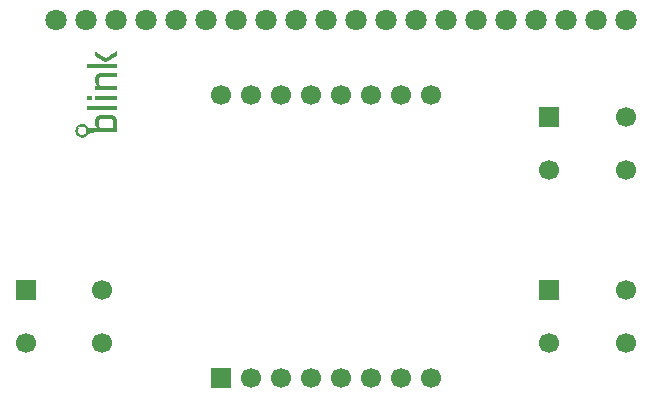
<source format=gts>
G04*
G04 #@! TF.GenerationSoftware,Altium Limited,Altium Designer,21.9.2 (33)*
G04*
G04 Layer_Color=8388736*
%FSLAX44Y44*%
%MOMM*%
G71*
G04*
G04 #@! TF.SameCoordinates,B3731582-8854-422E-90CF-DCE9F0E77284*
G04*
G04*
G04 #@! TF.FilePolarity,Negative*
G04*
G01*
G75*
%ADD13C,1.6980*%
%ADD14R,1.6980X1.6980*%
%ADD15R,1.7000X1.7000*%
%ADD16C,1.7000*%
%ADD17C,1.8000*%
G36*
X102598Y328932D02*
X102701D01*
Y328726D01*
X102804D01*
Y326042D01*
X102701D01*
Y325526D01*
X102598D01*
Y325423D01*
X102494D01*
Y325320D01*
X102391D01*
Y325113D01*
X102185D01*
Y325010D01*
X102081D01*
Y324907D01*
X101978D01*
Y324804D01*
X101772D01*
Y324907D01*
X101669D01*
Y324700D01*
X101565D01*
Y324597D01*
X101462D01*
Y324700D01*
X101359D01*
Y324597D01*
X101256D01*
Y324391D01*
X101049D01*
Y324287D01*
X100843D01*
Y324184D01*
X100739D01*
Y324081D01*
X100533D01*
Y323978D01*
X100327D01*
Y323875D01*
X100223D01*
Y323771D01*
X100017D01*
Y323668D01*
X99810D01*
Y323565D01*
X99707D01*
Y323462D01*
X99604D01*
Y323358D01*
X99294D01*
Y323255D01*
X99191D01*
Y323152D01*
X98985D01*
Y323049D01*
X98778D01*
Y322946D01*
X98675D01*
Y322842D01*
X98365D01*
Y322636D01*
X98159D01*
Y322533D01*
X97952D01*
Y322326D01*
X97643D01*
Y322223D01*
X97540D01*
Y322120D01*
X97333D01*
Y322016D01*
X97127D01*
Y321913D01*
X96920D01*
Y321810D01*
X96817D01*
Y321707D01*
X96610D01*
Y321604D01*
X96507D01*
Y321500D01*
X96301D01*
Y321397D01*
X96198D01*
Y321294D01*
X95888D01*
Y321087D01*
X95681D01*
Y320984D01*
X95475D01*
Y320881D01*
X95269D01*
Y320778D01*
X95165D01*
Y320675D01*
X94959D01*
Y320571D01*
X94753D01*
Y320468D01*
X94649D01*
Y320571D01*
X94546D01*
Y320468D01*
X94649D01*
Y320365D01*
X94443D01*
Y320262D01*
X94236D01*
Y320158D01*
X94133D01*
Y320262D01*
X94030D01*
Y320158D01*
X94133D01*
Y320055D01*
X94030D01*
Y319952D01*
X93720D01*
Y319849D01*
X93411D01*
Y319746D01*
X93204D01*
Y319849D01*
X92998D01*
Y319952D01*
X92688D01*
Y320055D01*
X92585D01*
Y320158D01*
X92378D01*
Y320262D01*
X92172D01*
Y320365D01*
X92069D01*
Y320468D01*
X91862D01*
Y320571D01*
X91656D01*
Y320778D01*
X91346D01*
Y320881D01*
X91243D01*
Y321087D01*
X91140D01*
Y320984D01*
X91036D01*
Y321087D01*
X90830D01*
Y321191D01*
X90624D01*
Y321294D01*
X90417D01*
Y321397D01*
X90314D01*
Y321500D01*
X90211D01*
Y321604D01*
X90004D01*
Y321707D01*
X89798D01*
Y321810D01*
X89591D01*
Y321913D01*
X89488D01*
Y322016D01*
X89282D01*
Y322120D01*
X89075D01*
Y322223D01*
X88972D01*
Y322326D01*
X88662D01*
Y322533D01*
X88456D01*
Y322636D01*
X88249D01*
Y322739D01*
X88043D01*
Y322842D01*
X87837D01*
Y322946D01*
X87733D01*
Y323049D01*
X87527D01*
Y323152D01*
X87423D01*
Y323255D01*
X87217D01*
Y323358D01*
X87011D01*
Y323462D01*
X86804D01*
Y323565D01*
X86701D01*
Y323668D01*
X86495D01*
Y323771D01*
X86288D01*
Y323875D01*
X86185D01*
Y323978D01*
X86082D01*
Y324081D01*
X85772D01*
Y324184D01*
X85669D01*
Y324287D01*
X85462D01*
Y324391D01*
X85256D01*
Y324494D01*
X85153D01*
Y324597D01*
X84946D01*
Y324804D01*
X84636D01*
Y325010D01*
X84533D01*
Y325113D01*
X84430D01*
Y328623D01*
X84636D01*
Y328726D01*
X84740D01*
Y328623D01*
X84946D01*
Y328520D01*
X85153D01*
Y328416D01*
X85256D01*
Y328313D01*
X85462D01*
Y328210D01*
X85669D01*
Y328107D01*
X85772D01*
Y328004D01*
X85875D01*
Y327900D01*
X86185D01*
Y327694D01*
X86391D01*
Y327591D01*
X86598D01*
Y327487D01*
X86804D01*
Y327384D01*
X86907D01*
Y327281D01*
X87011D01*
Y327178D01*
X87320D01*
Y327075D01*
X87423D01*
Y326868D01*
X87837D01*
Y326765D01*
X87940D01*
Y326662D01*
X88043D01*
Y326558D01*
X88249D01*
Y326455D01*
X88456D01*
Y326352D01*
X88559D01*
Y326249D01*
X88662D01*
Y326145D01*
X88972D01*
Y326042D01*
X89075D01*
Y325939D01*
X89178D01*
Y325836D01*
X89385D01*
Y325733D01*
X89591D01*
Y325629D01*
X89694D01*
Y325526D01*
X89901D01*
Y325423D01*
X90004D01*
Y325216D01*
X90107D01*
Y325320D01*
X90211D01*
Y325216D01*
X90314D01*
Y325113D01*
X90624D01*
Y325010D01*
X90727D01*
Y324907D01*
X90830D01*
Y324804D01*
X91036D01*
Y324700D01*
X91243D01*
Y324597D01*
X91346D01*
Y324494D01*
X91552D01*
Y324391D01*
X91656D01*
Y324287D01*
X91862D01*
Y324184D01*
X91965D01*
Y324081D01*
X92172D01*
Y323978D01*
X92378D01*
Y323875D01*
X92482D01*
Y323771D01*
X92688D01*
Y323668D01*
X92791D01*
Y323565D01*
X92998D01*
Y323462D01*
X93204D01*
Y323358D01*
X93307D01*
Y323462D01*
X93514D01*
Y323565D01*
X93720D01*
Y323771D01*
X94030D01*
Y323875D01*
X94133D01*
Y323978D01*
X94340D01*
Y324081D01*
X94546D01*
Y324184D01*
X94649D01*
Y324287D01*
X94753D01*
Y324391D01*
X95062D01*
Y324494D01*
X95165D01*
Y324391D01*
X95269D01*
Y324494D01*
X95165D01*
Y324597D01*
X95269D01*
Y324700D01*
X95475D01*
Y324804D01*
X95578D01*
Y324700D01*
X95681D01*
Y324907D01*
X95785D01*
Y325010D01*
X95888D01*
Y325113D01*
X96198D01*
Y325216D01*
X96301D01*
Y325320D01*
X96507D01*
Y325423D01*
X96610D01*
Y325526D01*
X96817D01*
Y325629D01*
X96920D01*
Y325526D01*
X97023D01*
Y325423D01*
X97127D01*
Y325526D01*
X97023D01*
Y325629D01*
X96920D01*
Y325733D01*
X97127D01*
Y325836D01*
X97333D01*
Y325939D01*
X97436D01*
Y326042D01*
X97540D01*
Y326145D01*
X97849D01*
Y326249D01*
X97952D01*
Y326352D01*
X98056D01*
Y326455D01*
X98262D01*
Y326558D01*
X98469D01*
Y326662D01*
X98572D01*
Y326765D01*
X98675D01*
Y326868D01*
X98882D01*
Y326971D01*
X99088D01*
Y327075D01*
X99191D01*
Y327178D01*
X99501D01*
Y327281D01*
X99604D01*
Y327384D01*
X99707D01*
Y327281D01*
X99810D01*
Y327384D01*
X99707D01*
Y327487D01*
X99914D01*
Y327591D01*
X100120D01*
Y327694D01*
X100223D01*
Y327797D01*
X100327D01*
Y327900D01*
X100636D01*
Y328004D01*
X100739D01*
Y328107D01*
X100843D01*
Y328210D01*
X101049D01*
Y328313D01*
X101152D01*
Y328210D01*
X101256D01*
Y328416D01*
X101462D01*
Y328623D01*
X101669D01*
Y328726D01*
X101875D01*
Y328829D01*
X101978D01*
Y328932D01*
X102288D01*
Y329036D01*
X102598D01*
Y328932D01*
D02*
G37*
G36*
X102494Y318404D02*
X102701D01*
Y318094D01*
X102804D01*
Y315617D01*
X102701D01*
Y315307D01*
X102598D01*
Y315204D01*
X102391D01*
Y315100D01*
X77824D01*
Y315204D01*
X77514D01*
Y315410D01*
X77411D01*
Y315513D01*
X77308D01*
Y318197D01*
X77514D01*
Y318300D01*
X77411D01*
Y318404D01*
X77514D01*
Y318300D01*
X77617D01*
Y318404D01*
X77514D01*
Y318507D01*
X78236D01*
Y318404D01*
X78340D01*
Y318507D01*
X102494D01*
Y318404D01*
D02*
G37*
G36*
X102598Y310559D02*
X102701D01*
Y310249D01*
X102804D01*
Y307668D01*
X102701D01*
Y307462D01*
X102598D01*
Y307359D01*
X102391D01*
Y307255D01*
X89488D01*
Y307152D01*
X88765D01*
Y307049D01*
X88559D01*
Y306946D01*
X88456D01*
Y306842D01*
X88249D01*
Y306739D01*
X88043D01*
Y306636D01*
X87940D01*
Y306533D01*
X87837D01*
Y306326D01*
X87733D01*
Y306223D01*
X87630D01*
Y306017D01*
X87527D01*
Y305913D01*
X87423D01*
Y305397D01*
X87320D01*
Y305501D01*
X87217D01*
Y305397D01*
X87320D01*
Y301991D01*
X87423D01*
Y301681D01*
X87527D01*
Y301268D01*
X87630D01*
Y301062D01*
X87733D01*
Y300959D01*
X87837D01*
Y300752D01*
X87940D01*
Y300649D01*
X88043D01*
Y300546D01*
X88146D01*
Y300443D01*
X88249D01*
Y300339D01*
X88353D01*
Y300133D01*
X88456D01*
Y300236D01*
X88559D01*
Y300133D01*
X88765D01*
Y300030D01*
X88972D01*
Y299926D01*
X89488D01*
Y299823D01*
X90314D01*
Y299720D01*
X102598D01*
Y299617D01*
X102701D01*
Y299307D01*
X102804D01*
Y296830D01*
X102701D01*
Y296520D01*
X102598D01*
Y296623D01*
X102494D01*
Y296520D01*
X102598D01*
Y296417D01*
X84533D01*
Y296520D01*
X84430D01*
Y299617D01*
X84533D01*
Y299513D01*
X84636D01*
Y299617D01*
X84740D01*
Y299720D01*
X86391D01*
Y299823D01*
X86288D01*
Y300030D01*
X86185D01*
Y300133D01*
X86082D01*
Y300236D01*
X85772D01*
Y300339D01*
X85669D01*
Y300443D01*
X85566D01*
Y300546D01*
X85462D01*
Y300649D01*
X85359D01*
Y300752D01*
X85256D01*
Y300856D01*
X85153D01*
Y300959D01*
X85049D01*
Y301165D01*
X84946D01*
Y301268D01*
X84843D01*
Y301475D01*
X84740D01*
Y301784D01*
X84636D01*
Y301991D01*
X84533D01*
Y302301D01*
X84430D01*
Y306842D01*
X84533D01*
Y307152D01*
X84636D01*
Y307462D01*
X84740D01*
Y307875D01*
X84843D01*
Y307978D01*
X84946D01*
Y308184D01*
X85049D01*
Y308288D01*
X85153D01*
Y308597D01*
X85256D01*
Y308701D01*
X85359D01*
Y308804D01*
X85462D01*
Y308907D01*
X85566D01*
Y309113D01*
X85772D01*
Y309320D01*
X85875D01*
Y309423D01*
X85978D01*
Y309526D01*
X86185D01*
Y309629D01*
X86288D01*
Y309733D01*
X86391D01*
Y309629D01*
X86495D01*
Y309939D01*
X86804D01*
Y310042D01*
X87011D01*
Y310146D01*
X87217D01*
Y310249D01*
X87527D01*
Y310352D01*
X87940D01*
Y310455D01*
X88146D01*
Y310559D01*
X88456D01*
Y310455D01*
X88559D01*
Y310662D01*
X102598D01*
Y310559D01*
D02*
G37*
G36*
X102391Y291359D02*
X102701D01*
Y291256D01*
X102598D01*
Y291152D01*
X102701D01*
Y291049D01*
X102804D01*
Y288468D01*
X102701D01*
Y288159D01*
X102391D01*
Y288056D01*
X84740D01*
Y288159D01*
X84430D01*
Y288572D01*
X84533D01*
Y288675D01*
X84430D01*
Y291256D01*
X84533D01*
Y291359D01*
X84740D01*
Y291462D01*
X102391D01*
Y291359D01*
D02*
G37*
G36*
X81333D02*
X81540D01*
Y291256D01*
X81643D01*
Y291049D01*
X81746D01*
Y288468D01*
X81643D01*
Y288159D01*
X81437D01*
Y288056D01*
X78133D01*
Y288159D01*
X78030D01*
Y288056D01*
X77927D01*
Y288159D01*
X77824D01*
Y288056D01*
X77720D01*
Y288159D01*
X77514D01*
Y288262D01*
X77411D01*
Y288468D01*
X77514D01*
Y288572D01*
X77411D01*
Y291256D01*
X77514D01*
Y291359D01*
X77720D01*
Y291462D01*
X81333D01*
Y291359D01*
D02*
G37*
G36*
X102391Y282894D02*
X102598D01*
Y282791D01*
X102701D01*
Y282481D01*
X102804D01*
Y280004D01*
X102701D01*
Y279694D01*
X102598D01*
Y279591D01*
X77514D01*
Y279694D01*
X77411D01*
Y279901D01*
X77308D01*
Y280314D01*
X77411D01*
Y280417D01*
X77308D01*
Y282585D01*
X77411D01*
Y282688D01*
X77514D01*
Y282894D01*
X77720D01*
Y282998D01*
X102391D01*
Y282894D01*
D02*
G37*
G36*
X98262Y274946D02*
X98675D01*
Y274843D01*
X99088D01*
Y274740D01*
X99604D01*
Y274636D01*
X99707D01*
Y274533D01*
X100017D01*
Y274430D01*
X100120D01*
Y274327D01*
X100327D01*
Y274223D01*
X100533D01*
Y274120D01*
X100636D01*
Y274017D01*
X100843D01*
Y273914D01*
X100946D01*
Y273811D01*
X101049D01*
Y273707D01*
X101256D01*
Y273604D01*
X101359D01*
Y273398D01*
X101462D01*
Y273295D01*
X101565D01*
Y273191D01*
X101669D01*
Y273088D01*
X101772D01*
Y272985D01*
X101875D01*
Y272778D01*
X101978D01*
Y272675D01*
X102081D01*
Y272365D01*
X102185D01*
Y272262D01*
X102288D01*
Y272056D01*
X102391D01*
Y271643D01*
X102494D01*
Y271333D01*
X102598D01*
Y271024D01*
X102701D01*
Y269888D01*
X102804D01*
Y260908D01*
X102701D01*
Y260701D01*
X102598D01*
Y260598D01*
X84533D01*
Y260495D01*
X83811D01*
Y260392D01*
X83191D01*
Y260288D01*
X82778D01*
Y260185D01*
X82159D01*
Y260082D01*
X81746D01*
Y259979D01*
X81540D01*
Y259875D01*
X81024D01*
Y259772D01*
X80817D01*
Y259669D01*
X80611D01*
Y259566D01*
X80404D01*
Y259669D01*
X80301D01*
Y259566D01*
X80198D01*
Y259462D01*
X79991D01*
Y259359D01*
X79785D01*
Y259256D01*
X79578D01*
Y259153D01*
X79269D01*
Y259049D01*
X79166D01*
Y259153D01*
X79062D01*
Y259049D01*
X79166D01*
Y258946D01*
X78959D01*
Y258843D01*
X78649D01*
Y258740D01*
X78546D01*
Y258637D01*
X78443D01*
Y258533D01*
X78340D01*
Y258430D01*
X78030D01*
Y258327D01*
X77927D01*
Y258120D01*
X77720D01*
Y258224D01*
X77617D01*
Y258120D01*
X77720D01*
Y258017D01*
X77617D01*
Y257914D01*
X77514D01*
Y257811D01*
X77411D01*
Y257708D01*
X77308D01*
Y257604D01*
X77204D01*
Y257398D01*
X76998D01*
Y257295D01*
X76895D01*
Y257192D01*
X76791D01*
Y257088D01*
X76585D01*
Y256985D01*
X76482D01*
Y256882D01*
X76275D01*
Y256779D01*
X76069D01*
Y256675D01*
X75862D01*
Y256572D01*
X75759D01*
Y256469D01*
X75553D01*
Y256366D01*
X75346D01*
Y256469D01*
X75243D01*
Y256366D01*
X75140D01*
Y256262D01*
X74727D01*
Y256159D01*
X74521D01*
Y256056D01*
X74108D01*
Y256159D01*
X74004D01*
Y256056D01*
X72146D01*
Y256159D01*
X71837D01*
Y256262D01*
X71630D01*
Y256366D01*
X71217D01*
Y256469D01*
X71011D01*
Y256572D01*
X70804D01*
Y256675D01*
X70598D01*
Y256779D01*
X70495D01*
Y256882D01*
X70288D01*
Y256985D01*
X70185D01*
Y257088D01*
X69979D01*
Y257192D01*
X69875D01*
Y257295D01*
X69772D01*
Y257398D01*
X69566D01*
Y257501D01*
X69462D01*
Y257604D01*
X69359D01*
Y257708D01*
X69256D01*
Y257914D01*
X69050D01*
Y258017D01*
X68946D01*
Y258120D01*
X68843D01*
Y258327D01*
X68740D01*
Y258430D01*
X68637D01*
Y258533D01*
X68533D01*
Y258740D01*
X68430D01*
Y258843D01*
X68327D01*
Y259153D01*
X68224D01*
Y259256D01*
X68327D01*
Y259359D01*
X68121D01*
Y259462D01*
X68017D01*
Y259669D01*
X67914D01*
Y260082D01*
X67811D01*
Y260495D01*
X67708D01*
Y260908D01*
X67604D01*
Y261527D01*
X67501D01*
Y262043D01*
X67604D01*
Y262662D01*
X67708D01*
Y263075D01*
X67914D01*
Y263179D01*
X67811D01*
Y263488D01*
X67914D01*
Y263591D01*
X68017D01*
Y263695D01*
X67914D01*
Y263798D01*
X68017D01*
Y264004D01*
X68121D01*
Y264107D01*
X68224D01*
Y264520D01*
X68327D01*
Y264727D01*
X68430D01*
Y264830D01*
X68533D01*
Y265037D01*
X68637D01*
Y265140D01*
X68740D01*
Y265243D01*
X68843D01*
Y265450D01*
X68946D01*
Y265553D01*
X69050D01*
Y265450D01*
X69153D01*
Y265553D01*
X69050D01*
Y265656D01*
X69153D01*
Y265759D01*
X69256D01*
Y265862D01*
X69359D01*
Y265966D01*
X69462D01*
Y266069D01*
X69566D01*
Y266172D01*
X69669D01*
Y266275D01*
X69875D01*
Y266378D01*
X69979D01*
Y266482D01*
X70185D01*
Y266585D01*
X70288D01*
Y266482D01*
X70392D01*
Y266585D01*
X70288D01*
Y266688D01*
X70392D01*
Y266585D01*
X70495D01*
Y266688D01*
X70392D01*
Y266791D01*
X70598D01*
Y266895D01*
X70804D01*
Y266998D01*
X71011D01*
Y267101D01*
X71321D01*
Y267204D01*
X71630D01*
Y267307D01*
X71837D01*
Y267411D01*
X72249D01*
Y267514D01*
X74417D01*
Y267411D01*
X74830D01*
Y267307D01*
X75140D01*
Y267204D01*
X75346D01*
Y266998D01*
X75450D01*
Y267101D01*
X75759D01*
Y266998D01*
X75862D01*
Y266895D01*
X76069D01*
Y266791D01*
X76275D01*
Y266688D01*
X76482D01*
Y266585D01*
X76585D01*
Y266482D01*
X76791D01*
Y266378D01*
X76895D01*
Y266275D01*
X76998D01*
Y266172D01*
X77101D01*
Y266069D01*
X77204D01*
Y265966D01*
X77308D01*
Y265862D01*
X77514D01*
Y265656D01*
X77617D01*
Y265553D01*
X77720D01*
Y265450D01*
X77824D01*
Y265346D01*
X77927D01*
Y265140D01*
X78030D01*
Y265037D01*
X78133D01*
Y264933D01*
X78236D01*
Y264727D01*
X78340D01*
Y264520D01*
X78443D01*
Y264417D01*
X78546D01*
Y264107D01*
X78649D01*
Y263901D01*
X79062D01*
Y263798D01*
X79166D01*
Y263901D01*
X86185D01*
Y264314D01*
X85772D01*
Y264417D01*
X85669D01*
Y264520D01*
X85566D01*
Y264624D01*
X85462D01*
Y264727D01*
X85256D01*
Y264933D01*
X85153D01*
Y265037D01*
X85049D01*
Y265140D01*
X84946D01*
Y265243D01*
X84843D01*
Y265346D01*
X84740D01*
Y265656D01*
X84636D01*
Y265759D01*
X84533D01*
Y266069D01*
X84430D01*
Y266482D01*
X84327D01*
Y266998D01*
X84224D01*
Y270404D01*
X84327D01*
Y270920D01*
X84430D01*
Y271437D01*
X84533D01*
Y271746D01*
X84636D01*
Y271953D01*
X84740D01*
Y272365D01*
X84843D01*
Y272469D01*
X84946D01*
Y272675D01*
X85049D01*
Y272778D01*
X85153D01*
Y272985D01*
X85256D01*
Y273088D01*
X85359D01*
Y273191D01*
X85462D01*
Y273398D01*
X85566D01*
Y273501D01*
X85669D01*
Y273604D01*
X85772D01*
Y273707D01*
X85875D01*
Y273604D01*
X85978D01*
Y273707D01*
X85875D01*
Y273811D01*
X86082D01*
Y273914D01*
X86185D01*
Y274017D01*
X86288D01*
Y274120D01*
X86495D01*
Y274223D01*
X86598D01*
Y274327D01*
X86804D01*
Y274430D01*
X87011D01*
Y274533D01*
X87217D01*
Y274636D01*
X87423D01*
Y274740D01*
X87940D01*
Y274843D01*
X88249D01*
Y274946D01*
X88765D01*
Y275049D01*
X89488D01*
Y274946D01*
X89591D01*
Y275049D01*
X98262D01*
Y274946D01*
D02*
G37*
%LPC*%
G36*
X102494Y328932D02*
X102391D01*
Y328829D01*
X102494D01*
Y328932D01*
D02*
G37*
G36*
X102288Y328726D02*
X102185D01*
Y328623D01*
X102288D01*
Y328726D01*
D02*
G37*
G36*
X84636Y328210D02*
X84533D01*
Y328107D01*
X84636D01*
Y328210D01*
D02*
G37*
G36*
X85669Y328004D02*
X85566D01*
Y327900D01*
X85669D01*
Y328004D01*
D02*
G37*
G36*
X101152Y327900D02*
X101049D01*
Y327797D01*
X101152D01*
Y327900D01*
D02*
G37*
G36*
X100636Y327694D02*
X100533D01*
Y327591D01*
X100636D01*
Y327694D01*
D02*
G37*
G36*
X86391Y327487D02*
X86288D01*
Y327384D01*
X86391D01*
Y327487D01*
D02*
G37*
G36*
X86082D02*
X85875D01*
Y327384D01*
X86082D01*
Y327487D01*
D02*
G37*
G36*
X86701Y327384D02*
X86598D01*
Y327281D01*
X86701D01*
Y327384D01*
D02*
G37*
G36*
X100120Y327281D02*
X100017D01*
Y327178D01*
X100120D01*
Y327281D01*
D02*
G37*
G36*
X86804Y327178D02*
X86701D01*
Y327075D01*
X86804D01*
Y327178D01*
D02*
G37*
G36*
X86391D02*
X86288D01*
Y327075D01*
X86391D01*
Y327178D01*
D02*
G37*
G36*
X86082D02*
X85978D01*
Y327075D01*
X86082D01*
Y327178D01*
D02*
G37*
G36*
X98985Y326455D02*
X98882D01*
Y326352D01*
X98985D01*
Y326455D01*
D02*
G37*
G36*
X98469D02*
X98365D01*
Y326352D01*
X98469D01*
Y326455D01*
D02*
G37*
G36*
X87837Y326249D02*
X87733D01*
Y326145D01*
X87837D01*
Y326249D01*
D02*
G37*
G36*
X102494Y326145D02*
X102391D01*
Y326042D01*
X102494D01*
Y326145D01*
D02*
G37*
G36*
X97746Y325836D02*
X97643D01*
Y325733D01*
X97746D01*
Y325836D01*
D02*
G37*
G36*
X88662Y325733D02*
X88559D01*
Y325629D01*
X88662D01*
Y325733D01*
D02*
G37*
G36*
X102391Y325629D02*
X102288D01*
Y325526D01*
X102391D01*
Y325629D01*
D02*
G37*
G36*
X84740D02*
X84636D01*
Y325526D01*
X84740D01*
Y325629D01*
D02*
G37*
G36*
X88353Y325423D02*
X88249D01*
Y325320D01*
X88353D01*
Y325423D01*
D02*
G37*
G36*
X84636D02*
X84533D01*
Y325320D01*
X84636D01*
Y325423D01*
D02*
G37*
G36*
X85153Y325320D02*
X84946D01*
Y325216D01*
X85153D01*
Y325320D01*
D02*
G37*
G36*
X84843Y325216D02*
X84740D01*
Y325113D01*
X84843D01*
Y325216D01*
D02*
G37*
G36*
X101772Y325113D02*
X101565D01*
Y325010D01*
X101772D01*
Y325113D01*
D02*
G37*
G36*
X101049Y325010D02*
X100946D01*
Y324907D01*
X101049D01*
Y325010D01*
D02*
G37*
G36*
X96404D02*
X96301D01*
Y324907D01*
X96404D01*
Y325010D01*
D02*
G37*
G36*
X96198D02*
X96094D01*
Y324907D01*
X96198D01*
Y325010D01*
D02*
G37*
G36*
X90004D02*
X89901D01*
Y324907D01*
X90004D01*
Y325010D01*
D02*
G37*
G36*
X85049D02*
X84946D01*
Y324907D01*
X85049D01*
Y325010D01*
D02*
G37*
G36*
X95785Y324597D02*
X95681D01*
Y324494D01*
X95785D01*
Y324597D01*
D02*
G37*
G36*
X90933D02*
X90830D01*
Y324494D01*
X90933D01*
Y324597D01*
D02*
G37*
G36*
X90004D02*
X89901D01*
Y324494D01*
X90004D01*
Y324597D01*
D02*
G37*
G36*
X85772D02*
X85669D01*
Y324494D01*
X85772D01*
Y324597D01*
D02*
G37*
G36*
X100946Y324494D02*
X100636D01*
Y324391D01*
X100946D01*
Y324494D01*
D02*
G37*
G36*
X85978D02*
X85875D01*
Y324391D01*
X85978D01*
Y324494D01*
D02*
G37*
G36*
X100430Y324391D02*
X100327D01*
Y324287D01*
X100430D01*
Y324391D01*
D02*
G37*
G36*
X91965Y324081D02*
X91862D01*
Y323978D01*
X91965D01*
Y324081D01*
D02*
G37*
G36*
X86288D02*
X86185D01*
Y323978D01*
X86288D01*
Y324081D01*
D02*
G37*
G36*
X92069Y323771D02*
X91965D01*
Y323668D01*
X92069D01*
Y323771D01*
D02*
G37*
G36*
X91862D02*
X91759D01*
Y323668D01*
X91862D01*
Y323771D01*
D02*
G37*
G36*
X88249Y323668D02*
X88146D01*
Y323565D01*
X88249D01*
Y323668D01*
D02*
G37*
G36*
X94030Y323565D02*
X93927D01*
Y323462D01*
X94030D01*
Y323565D01*
D02*
G37*
G36*
X87837D02*
X87733D01*
Y323462D01*
X87837D01*
Y323565D01*
D02*
G37*
G36*
X98469Y323462D02*
X98365D01*
Y323358D01*
X98469D01*
Y323462D01*
D02*
G37*
G36*
X88146D02*
X88043D01*
Y323358D01*
X88146D01*
Y323462D01*
D02*
G37*
G36*
X93720Y323358D02*
X93617D01*
Y323255D01*
X93720D01*
Y323358D01*
D02*
G37*
G36*
X93101D02*
X92998D01*
Y323255D01*
X93101D01*
Y323152D01*
X93204D01*
Y323255D01*
X93101D01*
Y323358D01*
D02*
G37*
G36*
X92894D02*
X92791D01*
Y323255D01*
X92894D01*
Y323152D01*
X92998D01*
Y323255D01*
X92894D01*
Y323358D01*
D02*
G37*
G36*
X94030Y323152D02*
X93927D01*
Y323049D01*
X94030D01*
Y323152D01*
D02*
G37*
G36*
X93823D02*
X93720D01*
Y323049D01*
X93823D01*
Y323152D01*
D02*
G37*
G36*
X92688Y323049D02*
X92585D01*
Y322946D01*
X92688D01*
Y323049D01*
D02*
G37*
G36*
X88353Y322842D02*
X88249D01*
Y322739D01*
X88353D01*
Y322842D01*
D02*
G37*
G36*
X88662Y322739D02*
X88559D01*
Y322636D01*
X88662D01*
Y322739D01*
D02*
G37*
G36*
X89798Y322533D02*
X89694D01*
Y322429D01*
X89798D01*
Y322533D01*
D02*
G37*
G36*
X89591D02*
X89488D01*
Y322429D01*
X89591D01*
Y322533D01*
D02*
G37*
G36*
X89178Y322429D02*
X89075D01*
Y322326D01*
X89178D01*
Y322429D01*
D02*
G37*
G36*
X89591Y322120D02*
X89488D01*
Y322016D01*
X89591D01*
Y322120D01*
D02*
G37*
G36*
X96094Y322016D02*
X95991D01*
Y321913D01*
X96094D01*
Y322016D01*
D02*
G37*
G36*
X95785D02*
X95681D01*
Y321913D01*
X95785D01*
Y322016D01*
D02*
G37*
G36*
X90417Y321604D02*
X90314D01*
Y321500D01*
X90417D01*
Y321604D01*
D02*
G37*
G36*
X91656Y321191D02*
X91552D01*
Y321087D01*
X91656D01*
Y321191D01*
D02*
G37*
G36*
X91862Y321087D02*
X91759D01*
Y320984D01*
X91862D01*
Y321087D01*
D02*
G37*
G36*
X94236Y320468D02*
X94133D01*
Y320365D01*
X94236D01*
Y320468D01*
D02*
G37*
G36*
X93204Y320055D02*
X93101D01*
Y319952D01*
X93204D01*
Y320055D01*
D02*
G37*
G36*
X102494Y316133D02*
X102391D01*
Y316029D01*
X102494D01*
Y316133D01*
D02*
G37*
G36*
X77824Y315410D02*
X77720D01*
Y315307D01*
X77824D01*
Y315410D01*
D02*
G37*
G36*
X102598Y310455D02*
X102494D01*
Y310352D01*
X102598D01*
Y310455D01*
D02*
G37*
G36*
X87423Y310146D02*
X87320D01*
Y310042D01*
X87423D01*
Y310146D01*
D02*
G37*
G36*
X102701Y309939D02*
X102598D01*
Y309836D01*
X102701D01*
Y309939D01*
D02*
G37*
G36*
X87940D02*
X87837D01*
Y309836D01*
X87940D01*
Y309939D01*
D02*
G37*
G36*
X87527D02*
X87423D01*
Y309836D01*
X87527D01*
Y309939D01*
D02*
G37*
G36*
X88146Y309836D02*
X88043D01*
Y309733D01*
X88146D01*
Y309836D01*
D02*
G37*
G36*
X86495Y309217D02*
X86391D01*
Y309113D01*
X86495D01*
Y309217D01*
D02*
G37*
G36*
X85875Y309010D02*
X85772D01*
Y308907D01*
X85875D01*
Y309010D01*
D02*
G37*
G36*
X85462Y308494D02*
X85359D01*
Y308391D01*
X85462D01*
Y308494D01*
D02*
G37*
G36*
X89694Y307565D02*
X89591D01*
Y307462D01*
X89694D01*
Y307565D01*
D02*
G37*
G36*
X88456Y307152D02*
X88353D01*
Y307049D01*
X88456D01*
Y307152D01*
D02*
G37*
G36*
X87630Y306842D02*
X87527D01*
Y306739D01*
X87630D01*
Y306842D01*
D02*
G37*
G36*
X84740Y306636D02*
X84636D01*
Y306533D01*
X84740D01*
Y306636D01*
D02*
G37*
G36*
X84946Y306120D02*
X84843D01*
Y306017D01*
X84946D01*
Y306120D01*
D02*
G37*
G36*
X84740Y306017D02*
X84636D01*
Y305913D01*
X84740D01*
Y306017D01*
D02*
G37*
G36*
X87011Y305191D02*
X86907D01*
Y305088D01*
X87011D01*
Y305191D01*
D02*
G37*
G36*
X84740Y303746D02*
X84636D01*
Y303643D01*
X84740D01*
Y303746D01*
D02*
G37*
G36*
X84946Y303126D02*
X84843D01*
Y303023D01*
X84946D01*
Y303126D01*
D02*
G37*
G36*
X87114Y302920D02*
X87011D01*
Y302817D01*
X87114D01*
Y302920D01*
D02*
G37*
G36*
X84843D02*
X84740D01*
Y302817D01*
X84843D01*
Y302920D01*
D02*
G37*
G36*
X86701Y302610D02*
X86598D01*
Y302507D01*
X86701D01*
Y302610D01*
D02*
G37*
G36*
X87320Y301784D02*
X87217D01*
Y301681D01*
X87320D01*
Y301784D01*
D02*
G37*
G36*
X87423Y301475D02*
X87320D01*
Y301372D01*
X87423D01*
Y301475D01*
D02*
G37*
G36*
X85256Y301372D02*
X85153D01*
Y301268D01*
X85256D01*
Y301372D01*
D02*
G37*
G36*
X87837Y300752D02*
X87733D01*
Y300649D01*
X87837D01*
Y300752D01*
D02*
G37*
G36*
X87630Y300546D02*
X87527D01*
Y300443D01*
X87630D01*
Y300546D01*
D02*
G37*
G36*
X87940Y300236D02*
X87837D01*
Y300133D01*
X87940D01*
Y300236D01*
D02*
G37*
G36*
X86288D02*
X86185D01*
Y300133D01*
X86288D01*
Y300236D01*
D02*
G37*
G36*
X88559Y300030D02*
X88456D01*
Y299926D01*
X88559D01*
Y300030D01*
D02*
G37*
G36*
X88249Y299926D02*
X88146D01*
Y299823D01*
X88249D01*
Y299926D01*
D02*
G37*
G36*
X87527D02*
X87423D01*
Y299823D01*
X87527D01*
Y299720D01*
X87630D01*
Y299823D01*
X87527D01*
Y299926D01*
D02*
G37*
G36*
X102701Y299204D02*
X102598D01*
Y298997D01*
X102701D01*
Y299204D01*
D02*
G37*
G36*
X84636Y296726D02*
X84533D01*
Y296623D01*
X84636D01*
Y296726D01*
D02*
G37*
G36*
X102391Y290739D02*
X102288D01*
Y290636D01*
X102391D01*
Y290739D01*
D02*
G37*
G36*
X102598Y288985D02*
X102494D01*
Y288881D01*
X102598D01*
Y288985D01*
D02*
G37*
G36*
X84843Y288675D02*
X84740D01*
Y288572D01*
X84843D01*
Y288675D01*
D02*
G37*
G36*
X80920Y291256D02*
X80817D01*
Y291152D01*
X80920D01*
Y291256D01*
D02*
G37*
G36*
X77927D02*
X77824D01*
Y291152D01*
X77927D01*
Y291049D01*
X78030D01*
Y291152D01*
X77927D01*
Y291256D01*
D02*
G37*
G36*
X81437Y291049D02*
X81333D01*
Y290946D01*
X81437D01*
Y291049D01*
D02*
G37*
G36*
X81540Y290843D02*
X81437D01*
Y290739D01*
X81540D01*
Y290843D01*
D02*
G37*
G36*
X78340Y290739D02*
X78236D01*
Y290636D01*
X78340D01*
Y290739D01*
D02*
G37*
G36*
X77927D02*
X77824D01*
Y290636D01*
X77927D01*
Y290739D01*
D02*
G37*
G36*
X102391Y282894D02*
X102288D01*
Y282791D01*
X102391D01*
Y282894D01*
D02*
G37*
G36*
X77617Y282585D02*
X77514D01*
Y282481D01*
X77617D01*
Y282585D01*
D02*
G37*
G36*
X78340Y282481D02*
X78236D01*
Y282378D01*
X78340D01*
Y282481D01*
D02*
G37*
G36*
X78133D02*
X78030D01*
Y282378D01*
X78133D01*
Y282481D01*
D02*
G37*
G36*
X77927D02*
X77824D01*
Y282378D01*
X77927D01*
Y282481D01*
D02*
G37*
G36*
X102391Y280520D02*
X102288D01*
Y280417D01*
X102391D01*
Y280520D01*
D02*
G37*
G36*
Y280211D02*
X102288D01*
Y280107D01*
X102391D01*
Y280211D01*
D02*
G37*
G36*
X99088Y274740D02*
X98985D01*
Y274636D01*
X99088D01*
Y274740D01*
D02*
G37*
G36*
X98469Y274636D02*
X98365D01*
Y274533D01*
X98469D01*
Y274636D01*
D02*
G37*
G36*
X99501Y274533D02*
X99398D01*
Y274430D01*
X99501D01*
Y274533D01*
D02*
G37*
G36*
X99191D02*
X99088D01*
Y274430D01*
X99191D01*
Y274533D01*
D02*
G37*
G36*
X88249D02*
X88146D01*
Y274430D01*
X88249D01*
Y274533D01*
D02*
G37*
G36*
X100017Y274430D02*
X99914D01*
Y274327D01*
X100017D01*
Y274430D01*
D02*
G37*
G36*
X98675D02*
X98572D01*
Y274327D01*
X98675D01*
Y274430D01*
D02*
G37*
G36*
X100017Y274223D02*
X99914D01*
Y274120D01*
X100017D01*
Y274223D01*
D02*
G37*
G36*
X99191D02*
X99088D01*
Y274120D01*
X99191D01*
Y274223D01*
D02*
G37*
G36*
X98262D02*
X98159D01*
Y274120D01*
X98262D01*
Y274223D01*
D02*
G37*
G36*
X88249D02*
X88146D01*
Y274120D01*
X88249D01*
Y274223D01*
D02*
G37*
G36*
X100739Y273707D02*
X100636D01*
Y273604D01*
X100739D01*
Y273707D01*
D02*
G37*
G36*
X101669Y272985D02*
X101565D01*
Y272882D01*
X101669D01*
Y272985D01*
D02*
G37*
G36*
X85256Y272572D02*
X85153D01*
Y272469D01*
X85256D01*
Y272572D01*
D02*
G37*
G36*
X101978Y272262D02*
X101875D01*
Y272159D01*
X101978D01*
Y272262D01*
D02*
G37*
G36*
X101772Y272159D02*
X101669D01*
Y272056D01*
X101772D01*
Y272159D01*
D02*
G37*
G36*
X101565Y271953D02*
X101462D01*
Y271849D01*
X101565D01*
Y271953D01*
D02*
G37*
G36*
X98985Y271643D02*
X98882D01*
Y271540D01*
X98985D01*
Y271643D01*
D02*
G37*
G36*
X97746D02*
X89178D01*
Y271540D01*
X88972D01*
Y271643D01*
X88869D01*
Y271540D01*
X88765D01*
Y271437D01*
X88559D01*
Y271333D01*
X88353D01*
Y271230D01*
X88146D01*
Y271127D01*
X87940D01*
Y270920D01*
X87733D01*
Y270817D01*
X87630D01*
Y270611D01*
X87527D01*
Y270404D01*
X87423D01*
Y270198D01*
X87320D01*
Y269991D01*
X87217D01*
Y265966D01*
X87114D01*
Y265862D01*
X87320D01*
Y265553D01*
X87423D01*
Y265346D01*
X87527D01*
Y265140D01*
X87630D01*
Y264933D01*
X87733D01*
Y264830D01*
X87837D01*
Y264727D01*
X87940D01*
Y264624D01*
X88043D01*
Y264520D01*
X88146D01*
Y264417D01*
X88353D01*
Y264314D01*
X88559D01*
Y264107D01*
X88662D01*
Y264211D01*
X88765D01*
Y264107D01*
X88972D01*
Y264004D01*
X90107D01*
Y263901D01*
X99501D01*
Y264004D01*
X99810D01*
Y269785D01*
X99707D01*
Y270095D01*
X99604D01*
Y270508D01*
X99501D01*
Y270611D01*
X99398D01*
Y270714D01*
X99294D01*
Y271024D01*
X99191D01*
Y270920D01*
X99088D01*
Y271024D01*
X98985D01*
Y271127D01*
X98882D01*
Y271230D01*
X98572D01*
Y271333D01*
X98469D01*
Y271437D01*
X98262D01*
Y271540D01*
X97746D01*
Y271643D01*
D02*
G37*
G36*
X87630D02*
X87527D01*
Y271540D01*
X87630D01*
Y271643D01*
D02*
G37*
G36*
X84946D02*
X84843D01*
Y271540D01*
X84946D01*
Y271643D01*
D02*
G37*
G36*
X99294Y271540D02*
X99191D01*
Y271437D01*
X99294D01*
Y271540D01*
D02*
G37*
G36*
X99604Y271437D02*
X99501D01*
Y271333D01*
X99604D01*
Y271437D01*
D02*
G37*
G36*
X99088Y271333D02*
X98985D01*
Y271230D01*
X99088D01*
Y271333D01*
D02*
G37*
G36*
X99501Y271230D02*
X99398D01*
Y271127D01*
X99501D01*
Y271230D01*
D02*
G37*
G36*
X99294D02*
X99191D01*
Y271127D01*
X99294D01*
Y271230D01*
D02*
G37*
G36*
X84636D02*
X84533D01*
Y271127D01*
X84636D01*
Y271230D01*
D02*
G37*
G36*
X87837Y271127D02*
X87630D01*
Y271024D01*
X87837D01*
Y271127D01*
D02*
G37*
G36*
X102391Y270714D02*
X102288D01*
Y270611D01*
X102391D01*
Y270714D01*
D02*
G37*
G36*
X86804Y270611D02*
X86701D01*
Y270508D01*
X86804D01*
Y270611D01*
D02*
G37*
G36*
X87320Y270404D02*
X87217D01*
Y270301D01*
X87320D01*
Y270404D01*
D02*
G37*
G36*
X87011Y270198D02*
X86907D01*
Y269991D01*
X87011D01*
Y270198D01*
D02*
G37*
G36*
X84946Y270095D02*
X84843D01*
Y269991D01*
X84946D01*
Y270095D01*
D02*
G37*
G36*
X102391Y269785D02*
X102288D01*
Y269682D01*
X102391D01*
Y269785D01*
D02*
G37*
G36*
X102701Y269682D02*
X102598D01*
Y269578D01*
X102701D01*
Y269682D01*
D02*
G37*
G36*
X84740Y269578D02*
X84636D01*
Y269475D01*
X84740D01*
Y269578D01*
D02*
G37*
G36*
X102391Y269269D02*
X102288D01*
Y269165D01*
X102391D01*
Y269269D01*
D02*
G37*
G36*
X84843D02*
X84740D01*
Y269165D01*
X84843D01*
Y269269D01*
D02*
G37*
G36*
X86701Y268959D02*
X86598D01*
Y268856D01*
X86701D01*
Y268959D01*
D02*
G37*
G36*
X87011Y268753D02*
X86907D01*
Y268649D01*
X87011D01*
Y268546D01*
X87114D01*
Y268649D01*
X87011D01*
Y268753D01*
D02*
G37*
G36*
X86804Y268649D02*
X86598D01*
Y268546D01*
X86804D01*
Y268649D01*
D02*
G37*
G36*
X84636Y268237D02*
X84533D01*
Y268133D01*
X84636D01*
Y268237D01*
D02*
G37*
G36*
X84946Y267617D02*
X84843D01*
Y267514D01*
X84946D01*
Y267617D01*
D02*
G37*
G36*
X84533Y267514D02*
X84430D01*
Y267411D01*
X84533D01*
Y267514D01*
D02*
G37*
G36*
X86907Y267411D02*
X86804D01*
Y267307D01*
X86907D01*
Y267411D01*
D02*
G37*
G36*
X72043Y267307D02*
X71940D01*
Y267204D01*
X72043D01*
Y267307D01*
D02*
G37*
G36*
X87114Y267204D02*
X87011D01*
Y267101D01*
X87114D01*
Y267204D01*
D02*
G37*
G36*
X74314D02*
X74211D01*
Y267101D01*
X74314D01*
Y267204D01*
D02*
G37*
G36*
X71837Y267101D02*
X71733D01*
Y266998D01*
X71837D01*
Y267101D01*
D02*
G37*
G36*
X86804Y266998D02*
X86701D01*
Y266895D01*
X86804D01*
Y266998D01*
D02*
G37*
G36*
X74830D02*
X74727D01*
Y266895D01*
X74830D01*
Y266998D01*
D02*
G37*
G36*
X71321D02*
X71217D01*
Y266895D01*
X71321D01*
Y266998D01*
D02*
G37*
G36*
X84740Y266895D02*
X84636D01*
Y266791D01*
X84740D01*
Y266895D01*
D02*
G37*
G36*
X87114D02*
X87011D01*
Y266688D01*
X87114D01*
Y266895D01*
D02*
G37*
G36*
X75346Y266791D02*
X75243D01*
Y266688D01*
X75346D01*
Y266791D01*
D02*
G37*
G36*
X71321D02*
X71217D01*
Y266688D01*
X71321D01*
Y266791D01*
D02*
G37*
G36*
X70701Y266585D02*
X70598D01*
Y266482D01*
X70701D01*
Y266585D01*
D02*
G37*
G36*
X86701Y266482D02*
X86598D01*
Y266378D01*
X86701D01*
Y266482D01*
D02*
G37*
G36*
X84636D02*
X84533D01*
Y266378D01*
X84636D01*
Y266482D01*
D02*
G37*
G36*
X87011Y266378D02*
X86907D01*
Y266275D01*
X87011D01*
Y266172D01*
X87114D01*
Y266275D01*
X87011D01*
Y266378D01*
D02*
G37*
G36*
X86907Y266275D02*
X86804D01*
Y266172D01*
X86907D01*
Y266275D01*
D02*
G37*
G36*
X86701D02*
X86598D01*
Y266172D01*
X86701D01*
Y266275D01*
D02*
G37*
G36*
X69979Y266172D02*
X69875D01*
Y266069D01*
X69979D01*
Y266172D01*
D02*
G37*
G36*
X70392Y266069D02*
X70288D01*
Y265966D01*
X70392D01*
Y266069D01*
D02*
G37*
G36*
X84946Y265966D02*
X84843D01*
Y265862D01*
X84946D01*
Y265966D01*
D02*
G37*
G36*
X76895D02*
X76791D01*
Y265862D01*
X76895D01*
Y265966D01*
D02*
G37*
G36*
X76275D02*
X76172D01*
Y265862D01*
X76275D01*
Y265966D01*
D02*
G37*
G36*
X85462Y265759D02*
X85359D01*
Y265656D01*
X85462D01*
Y265759D01*
D02*
G37*
G36*
X72662D02*
X72559D01*
Y265656D01*
X72662D01*
Y265759D01*
D02*
G37*
G36*
X74933Y265656D02*
X74830D01*
Y265553D01*
X74933D01*
Y265656D01*
D02*
G37*
G36*
X74314D02*
X74211D01*
Y265553D01*
X74314D01*
Y265656D01*
D02*
G37*
G36*
X73901D02*
X73798D01*
Y265553D01*
X73901D01*
Y265656D01*
D02*
G37*
G36*
X73282D02*
X73179D01*
Y265553D01*
X73282D01*
Y265656D01*
D02*
G37*
G36*
X87320Y265553D02*
X87217D01*
Y265450D01*
X87320D01*
Y265553D01*
D02*
G37*
G36*
X85669D02*
X85566D01*
Y265450D01*
X85669D01*
Y265553D01*
D02*
G37*
G36*
X72043D02*
X71940D01*
Y265450D01*
X72043D01*
Y265553D01*
D02*
G37*
G36*
X87011Y265450D02*
X86907D01*
Y265346D01*
X87011D01*
Y265450D01*
D02*
G37*
G36*
X85049D02*
X84946D01*
Y265346D01*
X85049D01*
Y265450D01*
D02*
G37*
G36*
X87320Y265346D02*
X87217D01*
Y265243D01*
X87320D01*
Y265346D01*
D02*
G37*
G36*
X77617D02*
X77514D01*
Y265243D01*
X77617D01*
Y265346D01*
D02*
G37*
G36*
X74830Y265450D02*
X74727D01*
Y265243D01*
X74830D01*
Y265450D01*
D02*
G37*
G36*
X69153Y265346D02*
X69050D01*
Y265243D01*
X69153D01*
Y265346D01*
D02*
G37*
G36*
X72456Y265553D02*
X72353D01*
Y265450D01*
X72456D01*
Y265346D01*
X72353D01*
Y265243D01*
X72146D01*
Y265140D01*
X71940D01*
Y265243D01*
X71837D01*
Y265140D01*
X71940D01*
Y265037D01*
X71630D01*
Y264933D01*
X71321D01*
Y264727D01*
X71114D01*
Y264624D01*
X71011D01*
Y264520D01*
X70908D01*
Y264417D01*
X70804D01*
Y264314D01*
X70701D01*
Y264211D01*
X70598D01*
Y264004D01*
X70392D01*
Y263901D01*
X70288D01*
Y263591D01*
X70185D01*
Y263488D01*
X70082D01*
Y263282D01*
X69979D01*
Y262869D01*
X69875D01*
Y262559D01*
X69772D01*
Y261837D01*
X69669D01*
Y261733D01*
X69772D01*
Y261217D01*
X69669D01*
Y261114D01*
X69772D01*
Y261011D01*
X69875D01*
Y260701D01*
X69979D01*
Y260288D01*
X70082D01*
Y260082D01*
X70185D01*
Y259979D01*
X70288D01*
Y259772D01*
X70392D01*
Y259669D01*
X70288D01*
Y259566D01*
X70598D01*
Y259359D01*
X70701D01*
Y259256D01*
X70804D01*
Y259153D01*
X70908D01*
Y259049D01*
X71011D01*
Y258946D01*
X71114D01*
Y258843D01*
X71321D01*
Y258740D01*
X71424D01*
Y258637D01*
X71527D01*
Y258533D01*
X71940D01*
Y258430D01*
X72146D01*
Y258327D01*
X72353D01*
Y258224D01*
X72869D01*
Y258120D01*
X73901D01*
Y258224D01*
X74004D01*
Y258120D01*
X74108D01*
Y258224D01*
X74314D01*
Y258327D01*
X74521D01*
Y258430D01*
X74624D01*
Y258327D01*
X74727D01*
Y258533D01*
X75140D01*
Y258637D01*
X75243D01*
Y258740D01*
X75346D01*
Y258843D01*
X75553D01*
Y258946D01*
X75656D01*
Y259049D01*
X75759D01*
Y259153D01*
X75862D01*
Y259256D01*
X76069D01*
Y259462D01*
X76275D01*
Y259669D01*
X76378D01*
Y259875D01*
X76482D01*
Y260082D01*
X76585D01*
Y260288D01*
X76688D01*
Y260495D01*
X76791D01*
Y260804D01*
X76895D01*
Y261424D01*
X76998D01*
Y261527D01*
X76895D01*
Y262766D01*
X76791D01*
Y263075D01*
X76688D01*
Y263282D01*
X76585D01*
Y263385D01*
X76688D01*
Y263488D01*
X76482D01*
Y263695D01*
X76378D01*
Y263901D01*
X76275D01*
Y264107D01*
X76172D01*
Y264211D01*
X76069D01*
Y264314D01*
X75862D01*
Y264417D01*
X75759D01*
Y264520D01*
X75656D01*
Y264624D01*
X75553D01*
Y264727D01*
X75346D01*
Y264830D01*
X75243D01*
Y264933D01*
X75140D01*
Y265037D01*
X74727D01*
Y265140D01*
X74521D01*
Y265243D01*
X74314D01*
Y265346D01*
X72559D01*
Y265450D01*
X72456D01*
Y265553D01*
D02*
G37*
G36*
X85359Y265140D02*
X85256D01*
Y265037D01*
X85359D01*
Y265140D01*
D02*
G37*
G36*
X85875Y265037D02*
X85772D01*
Y264933D01*
X85875D01*
Y265037D01*
D02*
G37*
G36*
X76585D02*
X76482D01*
Y264933D01*
X76585D01*
Y265037D01*
D02*
G37*
G36*
X75450D02*
X75243D01*
Y264933D01*
X75450D01*
Y265037D01*
D02*
G37*
G36*
X70804D02*
X70701D01*
Y264933D01*
X70804D01*
Y265037D01*
D02*
G37*
G36*
X70598D02*
X70495D01*
Y264933D01*
X70598D01*
Y265037D01*
D02*
G37*
G36*
X75656Y264933D02*
X75553D01*
Y264830D01*
X75656D01*
Y264933D01*
D02*
G37*
G36*
X70185D02*
X70082D01*
Y264830D01*
X70185D01*
Y264933D01*
D02*
G37*
G36*
X77824D02*
X77720D01*
Y264830D01*
X77824D01*
Y264727D01*
X77927D01*
Y264830D01*
X77824D01*
Y264933D01*
D02*
G37*
G36*
X76585Y264830D02*
X76482D01*
Y264727D01*
X76585D01*
Y264830D01*
D02*
G37*
G36*
X75862Y264727D02*
X75759D01*
Y264624D01*
X75862D01*
Y264727D01*
D02*
G37*
G36*
X70908D02*
X70804D01*
Y264624D01*
X70908D01*
Y264727D01*
D02*
G37*
G36*
X70701D02*
X70598D01*
Y264624D01*
X70701D01*
Y264727D01*
D02*
G37*
G36*
X87837D02*
X87733D01*
Y264624D01*
X87837D01*
Y264520D01*
X87940D01*
Y264624D01*
X87837D01*
Y264727D01*
D02*
G37*
G36*
X76585Y264624D02*
X76482D01*
Y264520D01*
X76585D01*
Y264624D01*
D02*
G37*
G36*
X70288D02*
X70185D01*
Y264520D01*
X70288D01*
Y264624D01*
D02*
G37*
G36*
X68740D02*
X68637D01*
Y264520D01*
X68740D01*
Y264624D01*
D02*
G37*
G36*
X69153Y264520D02*
X69050D01*
Y264417D01*
X69153D01*
Y264520D01*
D02*
G37*
G36*
X87940Y264417D02*
X87837D01*
Y264314D01*
X87940D01*
Y264417D01*
D02*
G37*
G36*
X87733Y264314D02*
X87630D01*
Y264211D01*
X87733D01*
Y264314D01*
D02*
G37*
G36*
X76585D02*
X76378D01*
Y264211D01*
X76585D01*
Y264314D01*
D02*
G37*
G36*
X68637D02*
X68533D01*
Y264211D01*
X68637D01*
Y264314D01*
D02*
G37*
G36*
X68430Y264211D02*
X68327D01*
Y264107D01*
X68430D01*
Y264211D01*
D02*
G37*
G36*
X76482Y264004D02*
X76378D01*
Y263901D01*
X76482D01*
Y264004D01*
D02*
G37*
G36*
X68430D02*
X68327D01*
Y263901D01*
X68430D01*
Y264004D01*
D02*
G37*
G36*
X78856Y263798D02*
X78753D01*
Y263695D01*
X78856D01*
Y263798D01*
D02*
G37*
G36*
X76688Y263901D02*
X76585D01*
Y263695D01*
X76688D01*
Y263901D01*
D02*
G37*
G36*
X70185Y263798D02*
X70082D01*
Y263695D01*
X70185D01*
Y263798D01*
D02*
G37*
G36*
X99707Y263695D02*
X99604D01*
Y263591D01*
X99707D01*
Y263695D01*
D02*
G37*
G36*
X90417D02*
X90314D01*
Y263591D01*
X90417D01*
Y263695D01*
D02*
G37*
G36*
X90107D02*
X90004D01*
Y263591D01*
X90107D01*
Y263695D01*
D02*
G37*
G36*
X99191Y263488D02*
X99088D01*
Y263385D01*
X99191D01*
Y263488D01*
D02*
G37*
G36*
X78753D02*
X78649D01*
Y263385D01*
X78753D01*
Y263488D01*
D02*
G37*
G36*
X77514Y263282D02*
X77411D01*
Y263179D01*
X77514D01*
Y263282D01*
D02*
G37*
G36*
X69669Y263179D02*
X69566D01*
Y263075D01*
X69669D01*
Y263179D01*
D02*
G37*
G36*
X68121Y263075D02*
X68017D01*
Y262972D01*
X68121D01*
Y263075D01*
D02*
G37*
G36*
X69772Y262766D02*
X69669D01*
Y262662D01*
X69772D01*
Y262766D01*
D02*
G37*
G36*
X68017D02*
X67914D01*
Y262662D01*
X68017D01*
Y262766D01*
D02*
G37*
G36*
X68224Y262662D02*
X68121D01*
Y262559D01*
X68224D01*
Y262662D01*
D02*
G37*
G36*
X69669Y262559D02*
X69566D01*
Y262456D01*
X69669D01*
Y262559D01*
D02*
G37*
G36*
X69462Y262456D02*
X69359D01*
Y262353D01*
X69462D01*
Y262456D01*
D02*
G37*
G36*
X77204Y262250D02*
X77101D01*
Y262146D01*
X77204D01*
Y262250D01*
D02*
G37*
G36*
X77308Y262043D02*
X77204D01*
Y261940D01*
X77308D01*
Y262043D01*
D02*
G37*
G36*
X69566Y261630D02*
X69462D01*
Y261527D01*
X69566D01*
Y261630D01*
D02*
G37*
G36*
X77308Y261527D02*
X77204D01*
Y261424D01*
X77308D01*
Y261527D01*
D02*
G37*
G36*
X69462D02*
X69359D01*
Y261424D01*
X69462D01*
Y261527D01*
D02*
G37*
G36*
X69669Y261114D02*
X69566D01*
Y261011D01*
X69669D01*
Y261114D01*
D02*
G37*
G36*
X102391Y261011D02*
X102288D01*
Y260908D01*
X102391D01*
Y261011D01*
D02*
G37*
G36*
X77101Y260701D02*
X76998D01*
Y260598D01*
X77101D01*
Y260701D01*
D02*
G37*
G36*
X68224Y260908D02*
X68121D01*
Y260804D01*
X68224D01*
Y260701D01*
X68327D01*
Y260598D01*
X68430D01*
Y260701D01*
X68327D01*
Y260804D01*
X68224D01*
Y260908D01*
D02*
G37*
G36*
X82469Y260495D02*
X82366D01*
Y260392D01*
X82469D01*
Y260495D01*
D02*
G37*
G36*
X69359D02*
X69256D01*
Y260392D01*
X69359D01*
Y260495D01*
D02*
G37*
G36*
X69566Y260392D02*
X69462D01*
Y260288D01*
X69566D01*
Y260392D01*
D02*
G37*
G36*
X77101Y260288D02*
X76998D01*
Y260185D01*
X77101D01*
Y260288D01*
D02*
G37*
G36*
X80714Y260082D02*
X80611D01*
Y259979D01*
X80714D01*
Y260082D01*
D02*
G37*
G36*
X79578Y259875D02*
X79475D01*
Y259772D01*
X79578D01*
Y259875D01*
D02*
G37*
G36*
X70185Y259566D02*
X70082D01*
Y259462D01*
X70185D01*
Y259566D01*
D02*
G37*
G36*
X70495Y259256D02*
X70392D01*
Y259153D01*
X70495D01*
Y259256D01*
D02*
G37*
G36*
X75862Y258946D02*
X75759D01*
Y258843D01*
X75862D01*
Y258946D01*
D02*
G37*
G36*
X70598Y259049D02*
X70495D01*
Y258946D01*
X70598D01*
Y258843D01*
X70701D01*
Y258946D01*
X70598D01*
Y259049D01*
D02*
G37*
G36*
X69153Y258946D02*
X69050D01*
Y258843D01*
X69153D01*
Y258946D01*
D02*
G37*
G36*
X70495Y258843D02*
X70392D01*
Y258740D01*
X70495D01*
Y258843D01*
D02*
G37*
G36*
X70908D02*
X70804D01*
Y258740D01*
X70908D01*
Y258637D01*
X71011D01*
Y258740D01*
X70908D01*
Y258843D01*
D02*
G37*
G36*
X68740Y258740D02*
X68637D01*
Y258637D01*
X68740D01*
Y258740D01*
D02*
G37*
G36*
X77411Y258430D02*
X77308D01*
Y258327D01*
X77411D01*
Y258430D01*
D02*
G37*
G36*
X77101D02*
X76998D01*
Y258327D01*
X77101D01*
Y258430D01*
D02*
G37*
G36*
X69359Y258224D02*
X69153D01*
Y258120D01*
X69359D01*
Y258224D01*
D02*
G37*
G36*
X72662Y258120D02*
X72559D01*
Y258017D01*
X72662D01*
Y258120D01*
D02*
G37*
G36*
X74624Y258224D02*
X74521D01*
Y257914D01*
X74624D01*
Y258224D01*
D02*
G37*
G36*
X72559Y258017D02*
X72456D01*
Y257914D01*
X72559D01*
Y258017D01*
D02*
G37*
G36*
X76895Y257914D02*
X76791D01*
Y257811D01*
X76895D01*
Y257914D01*
D02*
G37*
G36*
X69669Y258017D02*
X69566D01*
Y257914D01*
X69669D01*
Y257811D01*
X69772D01*
Y257914D01*
X69669D01*
Y258017D01*
D02*
G37*
G36*
X73901Y257811D02*
X73798D01*
Y257708D01*
X73901D01*
Y257811D01*
D02*
G37*
G36*
X72559D02*
X72456D01*
Y257708D01*
X72559D01*
Y257811D01*
D02*
G37*
G36*
X72766Y257708D02*
X72662D01*
Y257604D01*
X72766D01*
Y257708D01*
D02*
G37*
G36*
X69875D02*
X69772D01*
Y257604D01*
X69875D01*
Y257708D01*
D02*
G37*
G36*
X70804Y257604D02*
X70701D01*
Y257501D01*
X70804D01*
Y257604D01*
D02*
G37*
G36*
X69669D02*
X69566D01*
Y257501D01*
X69669D01*
Y257604D01*
D02*
G37*
G36*
X70392Y257501D02*
X70288D01*
Y257295D01*
X70392D01*
Y257501D01*
D02*
G37*
G36*
X70495Y257192D02*
X70392D01*
Y257088D01*
X70495D01*
Y257192D01*
D02*
G37*
G36*
X75966Y257088D02*
X75862D01*
Y256985D01*
X75966D01*
Y257088D01*
D02*
G37*
G36*
X73385Y256779D02*
X73282D01*
Y256675D01*
X73385D01*
Y256779D01*
D02*
G37*
G36*
X72456D02*
X72353D01*
Y256675D01*
X72456D01*
Y256779D01*
D02*
G37*
G36*
X71011D02*
X70908D01*
Y256675D01*
X71011D01*
Y256779D01*
D02*
G37*
G36*
X75037Y256572D02*
X74933D01*
Y256469D01*
X75037D01*
Y256572D01*
D02*
G37*
G36*
X73901Y256469D02*
X73798D01*
Y256366D01*
X73901D01*
Y256469D01*
D02*
G37*
G36*
X73075D02*
X72972D01*
Y256366D01*
X73075D01*
Y256469D01*
D02*
G37*
G36*
X73282Y256262D02*
X73179D01*
Y256159D01*
X73282D01*
Y256262D01*
D02*
G37*
G36*
X72559D02*
X72353D01*
Y256159D01*
X72559D01*
Y256262D01*
D02*
G37*
%LPD*%
D13*
X533400Y273600D02*
D03*
Y228600D02*
D03*
X468400D02*
D03*
X533400Y127000D02*
D03*
Y82000D02*
D03*
X468400D02*
D03*
X90400Y127000D02*
D03*
Y82000D02*
D03*
X25400D02*
D03*
D14*
X468400Y273600D02*
D03*
Y127000D02*
D03*
X25400D02*
D03*
D15*
X190500Y52100D02*
D03*
D16*
X215900D02*
D03*
X368300D02*
D03*
X342900D02*
D03*
X317500D02*
D03*
X292100D02*
D03*
X266700D02*
D03*
X241300D02*
D03*
X368300Y292100D02*
D03*
X342900D02*
D03*
X317500D02*
D03*
X292100D02*
D03*
X266700D02*
D03*
X241300D02*
D03*
X215900D02*
D03*
X190500D02*
D03*
D17*
X50800Y355600D02*
D03*
X76200D02*
D03*
X101600D02*
D03*
X127000D02*
D03*
X152400D02*
D03*
X177800D02*
D03*
X203200D02*
D03*
X228600D02*
D03*
X254000D02*
D03*
X279400D02*
D03*
X304800D02*
D03*
X330200D02*
D03*
X355600D02*
D03*
X381000D02*
D03*
X406400D02*
D03*
X431800D02*
D03*
X457200D02*
D03*
X482600D02*
D03*
X508000D02*
D03*
X533400D02*
D03*
M02*

</source>
